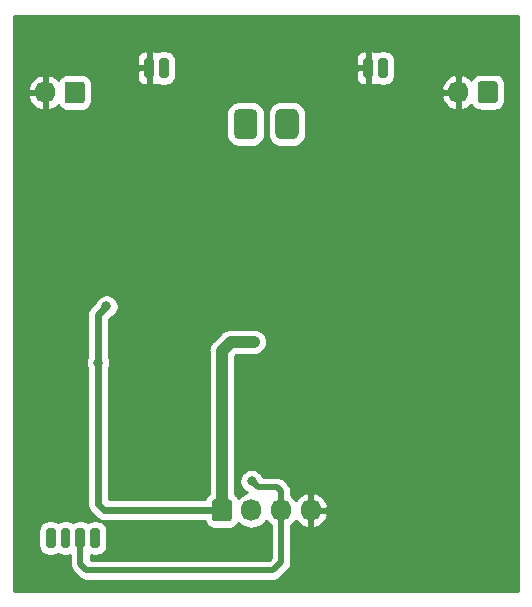
<source format=gbr>
%TF.GenerationSoftware,KiCad,Pcbnew,(5.1.7)-1*%
%TF.CreationDate,2020-12-07T14:23:08+09:00*%
%TF.ProjectId,CurrentMeasure,43757272-656e-4744-9d65-61737572652e,rev?*%
%TF.SameCoordinates,Original*%
%TF.FileFunction,Copper,L2,Bot*%
%TF.FilePolarity,Positive*%
%FSLAX46Y46*%
G04 Gerber Fmt 4.6, Leading zero omitted, Abs format (unit mm)*
G04 Created by KiCad (PCBNEW (5.1.7)-1) date 2020-12-07 14:23:08*
%MOMM*%
%LPD*%
G01*
G04 APERTURE LIST*
%TA.AperFunction,ComponentPad*%
%ADD10O,1.700000X1.850000*%
%TD*%
%TA.AperFunction,ViaPad*%
%ADD11C,0.800000*%
%TD*%
%TA.AperFunction,Conductor*%
%ADD12C,0.600000*%
%TD*%
%TA.AperFunction,Conductor*%
%ADD13C,1.000000*%
%TD*%
%TA.AperFunction,Conductor*%
%ADD14C,0.500000*%
%TD*%
%TA.AperFunction,Conductor*%
%ADD15C,0.254000*%
%TD*%
%TA.AperFunction,Conductor*%
%ADD16C,0.100000*%
%TD*%
G04 APERTURE END LIST*
D10*
%TO.P,J3,4*%
%TO.N,GND*%
X565000000Y-82500000D03*
%TO.P,J3,3*%
%TO.N,Net-(J3-Pad3)*%
X562500000Y-82500000D03*
%TO.P,J3,2*%
%TO.N,Net-(J3-Pad2)*%
X560000000Y-82500000D03*
%TO.P,J3,1*%
%TO.N,VCC*%
%TA.AperFunction,ComponentPad*%
G36*
G01*
X556650000Y-83175000D02*
X556650000Y-81825000D01*
G75*
G02*
X556900000Y-81575000I250000J0D01*
G01*
X558100000Y-81575000D01*
G75*
G02*
X558350000Y-81825000I0J-250000D01*
G01*
X558350000Y-83175000D01*
G75*
G02*
X558100000Y-83425000I-250000J0D01*
G01*
X556900000Y-83425000D01*
G75*
G02*
X556650000Y-83175000I0J250000D01*
G01*
G37*
%TD.AperFunction*%
%TD*%
%TO.P,J1,2*%
%TO.N,GND*%
%TA.AperFunction,ComponentPad*%
G36*
G01*
X551735000Y-44405000D02*
X551735000Y-45695000D01*
G75*
G02*
X551530000Y-45900000I-205000J0D01*
G01*
X551120000Y-45900000D01*
G75*
G02*
X550915000Y-45695000I0J205000D01*
G01*
X550915000Y-44405000D01*
G75*
G02*
X551120000Y-44200000I205000J0D01*
G01*
X551530000Y-44200000D01*
G75*
G02*
X551735000Y-44405000I0J-205000D01*
G01*
G37*
%TD.AperFunction*%
%TO.P,J1,1*%
%TO.N,/VIN*%
%TA.AperFunction,ComponentPad*%
G36*
G01*
X552985000Y-44405000D02*
X552985000Y-45695000D01*
G75*
G02*
X552780000Y-45900000I-205000J0D01*
G01*
X552370000Y-45900000D01*
G75*
G02*
X552165000Y-45695000I0J205000D01*
G01*
X552165000Y-44405000D01*
G75*
G02*
X552370000Y-44200000I205000J0D01*
G01*
X552780000Y-44200000D01*
G75*
G02*
X552985000Y-44405000I0J-205000D01*
G01*
G37*
%TD.AperFunction*%
%TD*%
%TO.P,J6,2*%
%TO.N,GND*%
%TA.AperFunction,ComponentPad*%
G36*
G01*
X570285000Y-44405000D02*
X570285000Y-45695000D01*
G75*
G02*
X570080000Y-45900000I-205000J0D01*
G01*
X569670000Y-45900000D01*
G75*
G02*
X569465000Y-45695000I0J205000D01*
G01*
X569465000Y-44405000D01*
G75*
G02*
X569670000Y-44200000I205000J0D01*
G01*
X570080000Y-44200000D01*
G75*
G02*
X570285000Y-44405000I0J-205000D01*
G01*
G37*
%TD.AperFunction*%
%TO.P,J6,1*%
%TO.N,/VOUT*%
%TA.AperFunction,ComponentPad*%
G36*
G01*
X571535000Y-44405000D02*
X571535000Y-45695000D01*
G75*
G02*
X571330000Y-45900000I-205000J0D01*
G01*
X570920000Y-45900000D01*
G75*
G02*
X570715000Y-45695000I0J205000D01*
G01*
X570715000Y-44405000D01*
G75*
G02*
X570920000Y-44200000I205000J0D01*
G01*
X571330000Y-44200000D01*
G75*
G02*
X571535000Y-44405000I0J-205000D01*
G01*
G37*
%TD.AperFunction*%
%TD*%
%TO.P,J7,4*%
%TO.N,Net-(J7-Pad4)*%
%TA.AperFunction,ComponentPad*%
G36*
G01*
X546345000Y-85495000D02*
X546345000Y-84205000D01*
G75*
G02*
X546550000Y-84000000I205000J0D01*
G01*
X546960000Y-84000000D01*
G75*
G02*
X547165000Y-84205000I0J-205000D01*
G01*
X547165000Y-85495000D01*
G75*
G02*
X546960000Y-85700000I-205000J0D01*
G01*
X546550000Y-85700000D01*
G75*
G02*
X546345000Y-85495000I0J205000D01*
G01*
G37*
%TD.AperFunction*%
%TO.P,J7,3*%
%TO.N,Net-(J3-Pad3)*%
%TA.AperFunction,ComponentPad*%
G36*
G01*
X545095000Y-85495000D02*
X545095000Y-84205000D01*
G75*
G02*
X545300000Y-84000000I205000J0D01*
G01*
X545710000Y-84000000D01*
G75*
G02*
X545915000Y-84205000I0J-205000D01*
G01*
X545915000Y-85495000D01*
G75*
G02*
X545710000Y-85700000I-205000J0D01*
G01*
X545300000Y-85700000D01*
G75*
G02*
X545095000Y-85495000I0J205000D01*
G01*
G37*
%TD.AperFunction*%
%TO.P,J7,2*%
%TO.N,Net-(J3-Pad2)*%
%TA.AperFunction,ComponentPad*%
G36*
G01*
X543845000Y-85495000D02*
X543845000Y-84205000D01*
G75*
G02*
X544050000Y-84000000I205000J0D01*
G01*
X544460000Y-84000000D01*
G75*
G02*
X544665000Y-84205000I0J-205000D01*
G01*
X544665000Y-85495000D01*
G75*
G02*
X544460000Y-85700000I-205000J0D01*
G01*
X544050000Y-85700000D01*
G75*
G02*
X543845000Y-85495000I0J205000D01*
G01*
G37*
%TD.AperFunction*%
%TO.P,J7,1*%
%TO.N,VCC*%
%TA.AperFunction,ComponentPad*%
G36*
G01*
X542595000Y-85495000D02*
X542595000Y-84205000D01*
G75*
G02*
X542800000Y-84000000I205000J0D01*
G01*
X543210000Y-84000000D01*
G75*
G02*
X543415000Y-84205000I0J-205000D01*
G01*
X543415000Y-85495000D01*
G75*
G02*
X543210000Y-85700000I-205000J0D01*
G01*
X542800000Y-85700000D01*
G75*
G02*
X542595000Y-85495000I0J205000D01*
G01*
G37*
%TD.AperFunction*%
%TD*%
%TO.P,J4,2*%
%TO.N,/VIN*%
%TA.AperFunction,ComponentPad*%
G36*
G01*
X560500000Y-49000000D02*
X560500000Y-50600000D01*
G75*
G02*
X560000000Y-51100000I-500000J0D01*
G01*
X559000000Y-51100000D01*
G75*
G02*
X558500000Y-50600000I0J500000D01*
G01*
X558500000Y-49000000D01*
G75*
G02*
X559000000Y-48500000I500000J0D01*
G01*
X560000000Y-48500000D01*
G75*
G02*
X560500000Y-49000000I0J-500000D01*
G01*
G37*
%TD.AperFunction*%
%TO.P,J4,1*%
%TO.N,/VOUT*%
%TA.AperFunction,ComponentPad*%
G36*
G01*
X564000000Y-49000000D02*
X564000000Y-50600000D01*
G75*
G02*
X563500000Y-51100000I-500000J0D01*
G01*
X562500000Y-51100000D01*
G75*
G02*
X562000000Y-50600000I0J500000D01*
G01*
X562000000Y-49000000D01*
G75*
G02*
X562500000Y-48500000I500000J0D01*
G01*
X563500000Y-48500000D01*
G75*
G02*
X564000000Y-49000000I0J-500000D01*
G01*
G37*
%TD.AperFunction*%
%TD*%
%TO.P,J5,2*%
%TO.N,GND*%
X577500000Y-47100000D03*
%TO.P,J5,1*%
%TO.N,/VOUT*%
%TA.AperFunction,ComponentPad*%
G36*
G01*
X580850000Y-46425000D02*
X580850000Y-47775000D01*
G75*
G02*
X580600000Y-48025000I-250000J0D01*
G01*
X579400000Y-48025000D01*
G75*
G02*
X579150000Y-47775000I0J250000D01*
G01*
X579150000Y-46425000D01*
G75*
G02*
X579400000Y-46175000I250000J0D01*
G01*
X580600000Y-46175000D01*
G75*
G02*
X580850000Y-46425000I0J-250000D01*
G01*
G37*
%TD.AperFunction*%
%TD*%
%TO.P,J2,2*%
%TO.N,GND*%
X542525000Y-47125000D03*
%TO.P,J2,1*%
%TO.N,/VIN*%
%TA.AperFunction,ComponentPad*%
G36*
G01*
X545875000Y-46450000D02*
X545875000Y-47800000D01*
G75*
G02*
X545625000Y-48050000I-250000J0D01*
G01*
X544425000Y-48050000D01*
G75*
G02*
X544175000Y-47800000I0J250000D01*
G01*
X544175000Y-46450000D01*
G75*
G02*
X544425000Y-46200000I250000J0D01*
G01*
X545625000Y-46200000D01*
G75*
G02*
X545875000Y-46450000I0J-250000D01*
G01*
G37*
%TD.AperFunction*%
%TD*%
D11*
%TO.N,VCC*%
X560180000Y-68250000D03*
X547000000Y-70000000D03*
X547720000Y-65240000D03*
%TO.N,Net-(J3-Pad3)*%
X560010000Y-80040000D03*
%TD*%
D12*
%TO.N,VCC*%
X547000000Y-65960000D02*
X547000000Y-66190000D01*
X547720000Y-65240000D02*
X547000000Y-65960000D01*
X547000000Y-70000000D02*
X547000000Y-66190000D01*
D13*
X557500000Y-69000000D02*
X558250000Y-68250000D01*
X557500000Y-82500000D02*
X557500000Y-69000000D01*
D12*
X547000000Y-70000000D02*
X547000000Y-81980000D01*
X547000000Y-81980000D02*
X547520000Y-82500000D01*
X547520000Y-82500000D02*
X557500000Y-82500000D01*
D13*
X558250000Y-68250000D02*
X560180000Y-68250000D01*
D14*
%TO.N,Net-(J3-Pad3)*%
X560010000Y-80040000D02*
X560520000Y-80550000D01*
X560520000Y-80550000D02*
X562150000Y-80550000D01*
X562500000Y-80900000D02*
X562500000Y-82500000D01*
X562150000Y-80550000D02*
X562500000Y-80900000D01*
X545505000Y-84850000D02*
X545505000Y-87075000D01*
X545505000Y-87075000D02*
X546020000Y-87590000D01*
X546020000Y-87590000D02*
X561820000Y-87590000D01*
X562500000Y-86910000D02*
X562500000Y-82500000D01*
X561820000Y-87590000D02*
X562500000Y-86910000D01*
%TD*%
D15*
%TO.N,GND*%
X582590001Y-89340000D02*
X539910000Y-89340000D01*
X539910000Y-84205000D01*
X541956928Y-84205000D01*
X541956928Y-85495000D01*
X541973127Y-85659475D01*
X542021103Y-85817630D01*
X542099011Y-85963386D01*
X542203858Y-86091142D01*
X542331614Y-86195989D01*
X542477370Y-86273897D01*
X542635525Y-86321873D01*
X542800000Y-86338072D01*
X543210000Y-86338072D01*
X543374475Y-86321873D01*
X543532630Y-86273897D01*
X543630000Y-86221852D01*
X543727370Y-86273897D01*
X543885525Y-86321873D01*
X544050000Y-86338072D01*
X544460000Y-86338072D01*
X544620001Y-86322314D01*
X544620001Y-87031521D01*
X544615719Y-87075000D01*
X544632805Y-87248490D01*
X544683412Y-87415313D01*
X544765590Y-87569059D01*
X544848468Y-87670046D01*
X544848471Y-87670049D01*
X544876184Y-87703817D01*
X544909952Y-87731530D01*
X545363466Y-88185044D01*
X545391183Y-88218817D01*
X545525941Y-88329411D01*
X545679687Y-88411589D01*
X545795903Y-88446843D01*
X545846509Y-88462195D01*
X545861306Y-88463652D01*
X545976523Y-88475000D01*
X545976531Y-88475000D01*
X546020000Y-88479281D01*
X546063469Y-88475000D01*
X561776531Y-88475000D01*
X561820000Y-88479281D01*
X561863469Y-88475000D01*
X561863477Y-88475000D01*
X561993490Y-88462195D01*
X562160313Y-88411589D01*
X562314059Y-88329411D01*
X562448817Y-88218817D01*
X562476534Y-88185044D01*
X563095050Y-87566529D01*
X563128817Y-87538817D01*
X563239411Y-87404059D01*
X563321589Y-87250313D01*
X563372195Y-87083490D01*
X563385000Y-86953477D01*
X563385000Y-86953467D01*
X563389281Y-86910001D01*
X563385000Y-86866535D01*
X563385000Y-83769759D01*
X563555134Y-83630134D01*
X563740706Y-83404013D01*
X563754496Y-83378214D01*
X563762894Y-83394086D01*
X563946460Y-83619695D01*
X564170513Y-83805157D01*
X564426443Y-83943345D01*
X564643110Y-84016476D01*
X564873000Y-83895155D01*
X564873000Y-82627000D01*
X565127000Y-82627000D01*
X565127000Y-83895155D01*
X565356890Y-84016476D01*
X565573557Y-83943345D01*
X565829487Y-83805157D01*
X566053540Y-83619695D01*
X566237106Y-83394086D01*
X566373131Y-83137000D01*
X566456387Y-82858317D01*
X566324027Y-82627000D01*
X565127000Y-82627000D01*
X564873000Y-82627000D01*
X564853000Y-82627000D01*
X564853000Y-82373000D01*
X564873000Y-82373000D01*
X564873000Y-81104845D01*
X565127000Y-81104845D01*
X565127000Y-82373000D01*
X566324027Y-82373000D01*
X566456387Y-82141683D01*
X566373131Y-81863000D01*
X566237106Y-81605914D01*
X566053540Y-81380305D01*
X565829487Y-81194843D01*
X565573557Y-81056655D01*
X565356890Y-80983524D01*
X565127000Y-81104845D01*
X564873000Y-81104845D01*
X564643110Y-80983524D01*
X564426443Y-81056655D01*
X564170513Y-81194843D01*
X563946460Y-81380305D01*
X563762894Y-81605914D01*
X563754496Y-81621786D01*
X563740706Y-81595986D01*
X563555134Y-81369866D01*
X563385000Y-81230241D01*
X563385000Y-80943469D01*
X563389281Y-80900000D01*
X563385000Y-80856531D01*
X563385000Y-80856523D01*
X563372195Y-80726510D01*
X563321589Y-80559687D01*
X563239411Y-80405941D01*
X563128817Y-80271183D01*
X563095045Y-80243467D01*
X562806532Y-79954954D01*
X562778817Y-79921183D01*
X562644059Y-79810589D01*
X562490313Y-79728411D01*
X562323490Y-79677805D01*
X562193477Y-79665000D01*
X562193469Y-79665000D01*
X562150000Y-79660719D01*
X562106531Y-79665000D01*
X560974946Y-79665000D01*
X560927205Y-79549744D01*
X560813937Y-79380226D01*
X560669774Y-79236063D01*
X560500256Y-79122795D01*
X560311898Y-79044774D01*
X560111939Y-79005000D01*
X559908061Y-79005000D01*
X559708102Y-79044774D01*
X559519744Y-79122795D01*
X559350226Y-79236063D01*
X559206063Y-79380226D01*
X559092795Y-79549744D01*
X559014774Y-79738102D01*
X558975000Y-79938061D01*
X558975000Y-80141939D01*
X559014774Y-80341898D01*
X559092795Y-80530256D01*
X559206063Y-80699774D01*
X559350226Y-80843937D01*
X559519744Y-80957205D01*
X559605672Y-80992798D01*
X559428966Y-81046401D01*
X559170986Y-81184294D01*
X558944866Y-81369866D01*
X558892777Y-81433337D01*
X558838405Y-81331614D01*
X558727962Y-81197038D01*
X558635000Y-81120747D01*
X558635000Y-69470131D01*
X558720131Y-69385000D01*
X560235752Y-69385000D01*
X560402499Y-69368577D01*
X560616447Y-69303676D01*
X560813623Y-69198284D01*
X560986449Y-69056449D01*
X561128284Y-68883623D01*
X561233676Y-68686447D01*
X561298577Y-68472499D01*
X561320491Y-68250000D01*
X561298577Y-68027501D01*
X561233676Y-67813553D01*
X561128284Y-67616377D01*
X560986449Y-67443551D01*
X560813623Y-67301716D01*
X560616447Y-67196324D01*
X560402499Y-67131423D01*
X560235752Y-67115000D01*
X558305743Y-67115000D01*
X558249999Y-67109510D01*
X558194255Y-67115000D01*
X558194248Y-67115000D01*
X558048493Y-67129356D01*
X558027500Y-67131423D01*
X557977705Y-67146529D01*
X557813553Y-67196324D01*
X557616377Y-67301716D01*
X557443551Y-67443551D01*
X557408004Y-67486865D01*
X556736860Y-68158009D01*
X556693552Y-68193551D01*
X556551717Y-68366377D01*
X556495384Y-68471770D01*
X556446324Y-68563554D01*
X556381423Y-68777502D01*
X556359509Y-69000000D01*
X556365001Y-69055761D01*
X556365000Y-81120746D01*
X556272038Y-81197038D01*
X556161595Y-81331614D01*
X556079528Y-81485150D01*
X556055306Y-81565000D01*
X547935000Y-81565000D01*
X547935000Y-70447295D01*
X547995226Y-70301898D01*
X548035000Y-70101939D01*
X548035000Y-69898061D01*
X547995226Y-69698102D01*
X547935000Y-69552705D01*
X547935000Y-66347289D01*
X548064858Y-66217431D01*
X548210256Y-66157205D01*
X548379774Y-66043937D01*
X548523937Y-65899774D01*
X548637205Y-65730256D01*
X548715226Y-65541898D01*
X548755000Y-65341939D01*
X548755000Y-65138061D01*
X548715226Y-64938102D01*
X548637205Y-64749744D01*
X548523937Y-64580226D01*
X548379774Y-64436063D01*
X548210256Y-64322795D01*
X548021898Y-64244774D01*
X547821939Y-64205000D01*
X547618061Y-64205000D01*
X547418102Y-64244774D01*
X547229744Y-64322795D01*
X547060226Y-64436063D01*
X546916063Y-64580226D01*
X546802795Y-64749744D01*
X546742569Y-64895142D01*
X546371341Y-65266370D01*
X546335656Y-65295656D01*
X546218814Y-65438029D01*
X546131993Y-65600461D01*
X546111497Y-65668028D01*
X546078529Y-65776709D01*
X546060476Y-65960000D01*
X546065000Y-66005932D01*
X546065000Y-66235932D01*
X546065001Y-66235942D01*
X546065000Y-69552704D01*
X546004774Y-69698102D01*
X545965000Y-69898061D01*
X545965000Y-70101939D01*
X546004774Y-70301898D01*
X546065000Y-70447295D01*
X546065001Y-81934058D01*
X546060476Y-81980000D01*
X546078529Y-82163291D01*
X546125068Y-82316707D01*
X546131994Y-82339540D01*
X546218815Y-82501972D01*
X546335657Y-82644344D01*
X546371336Y-82673625D01*
X546826370Y-83128659D01*
X546855656Y-83164344D01*
X546998028Y-83281186D01*
X547160460Y-83368007D01*
X547279156Y-83404013D01*
X547336707Y-83421471D01*
X547519999Y-83439524D01*
X547565931Y-83435000D01*
X556055306Y-83435000D01*
X556079528Y-83514850D01*
X556161595Y-83668386D01*
X556272038Y-83802962D01*
X556406614Y-83913405D01*
X556560150Y-83995472D01*
X556726746Y-84046008D01*
X556900000Y-84063072D01*
X558100000Y-84063072D01*
X558273254Y-84046008D01*
X558439850Y-83995472D01*
X558593386Y-83913405D01*
X558727962Y-83802962D01*
X558838405Y-83668386D01*
X558892777Y-83566663D01*
X558944866Y-83630134D01*
X559170987Y-83815706D01*
X559428967Y-83953599D01*
X559708890Y-84038513D01*
X560000000Y-84067185D01*
X560291111Y-84038513D01*
X560571034Y-83953599D01*
X560829014Y-83815706D01*
X561055134Y-83630134D01*
X561240706Y-83404013D01*
X561250000Y-83386626D01*
X561259294Y-83404014D01*
X561444866Y-83630134D01*
X561615001Y-83769759D01*
X561615000Y-86543421D01*
X561453422Y-86705000D01*
X546390000Y-86705000D01*
X546390000Y-86322314D01*
X546550000Y-86338072D01*
X546960000Y-86338072D01*
X547124475Y-86321873D01*
X547282630Y-86273897D01*
X547428386Y-86195989D01*
X547556142Y-86091142D01*
X547660989Y-85963386D01*
X547738897Y-85817630D01*
X547786873Y-85659475D01*
X547803072Y-85495000D01*
X547803072Y-84205000D01*
X547786873Y-84040525D01*
X547738897Y-83882370D01*
X547660989Y-83736614D01*
X547556142Y-83608858D01*
X547428386Y-83504011D01*
X547282630Y-83426103D01*
X547124475Y-83378127D01*
X546960000Y-83361928D01*
X546550000Y-83361928D01*
X546385525Y-83378127D01*
X546227370Y-83426103D01*
X546130000Y-83478148D01*
X546032630Y-83426103D01*
X545874475Y-83378127D01*
X545710000Y-83361928D01*
X545300000Y-83361928D01*
X545135525Y-83378127D01*
X544977370Y-83426103D01*
X544880000Y-83478148D01*
X544782630Y-83426103D01*
X544624475Y-83378127D01*
X544460000Y-83361928D01*
X544050000Y-83361928D01*
X543885525Y-83378127D01*
X543727370Y-83426103D01*
X543630000Y-83478148D01*
X543532630Y-83426103D01*
X543374475Y-83378127D01*
X543210000Y-83361928D01*
X542800000Y-83361928D01*
X542635525Y-83378127D01*
X542477370Y-83426103D01*
X542331614Y-83504011D01*
X542203858Y-83608858D01*
X542099011Y-83736614D01*
X542021103Y-83882370D01*
X541973127Y-84040525D01*
X541956928Y-84205000D01*
X539910000Y-84205000D01*
X539910000Y-49000000D01*
X557861928Y-49000000D01*
X557861928Y-50600000D01*
X557883796Y-50822027D01*
X557948559Y-51035521D01*
X558053728Y-51232279D01*
X558195262Y-51404738D01*
X558367721Y-51546272D01*
X558564479Y-51651441D01*
X558777973Y-51716204D01*
X559000000Y-51738072D01*
X560000000Y-51738072D01*
X560222027Y-51716204D01*
X560435521Y-51651441D01*
X560632279Y-51546272D01*
X560804738Y-51404738D01*
X560946272Y-51232279D01*
X561051441Y-51035521D01*
X561116204Y-50822027D01*
X561138072Y-50600000D01*
X561138072Y-49000000D01*
X561361928Y-49000000D01*
X561361928Y-50600000D01*
X561383796Y-50822027D01*
X561448559Y-51035521D01*
X561553728Y-51232279D01*
X561695262Y-51404738D01*
X561867721Y-51546272D01*
X562064479Y-51651441D01*
X562277973Y-51716204D01*
X562500000Y-51738072D01*
X563500000Y-51738072D01*
X563722027Y-51716204D01*
X563935521Y-51651441D01*
X564132279Y-51546272D01*
X564304738Y-51404738D01*
X564446272Y-51232279D01*
X564551441Y-51035521D01*
X564616204Y-50822027D01*
X564638072Y-50600000D01*
X564638072Y-49000000D01*
X564616204Y-48777973D01*
X564551441Y-48564479D01*
X564446272Y-48367721D01*
X564304738Y-48195262D01*
X564132279Y-48053728D01*
X563935521Y-47948559D01*
X563722027Y-47883796D01*
X563500000Y-47861928D01*
X562500000Y-47861928D01*
X562277973Y-47883796D01*
X562064479Y-47948559D01*
X561867721Y-48053728D01*
X561695262Y-48195262D01*
X561553728Y-48367721D01*
X561448559Y-48564479D01*
X561383796Y-48777973D01*
X561361928Y-49000000D01*
X561138072Y-49000000D01*
X561116204Y-48777973D01*
X561051441Y-48564479D01*
X560946272Y-48367721D01*
X560804738Y-48195262D01*
X560632279Y-48053728D01*
X560435521Y-47948559D01*
X560222027Y-47883796D01*
X560000000Y-47861928D01*
X559000000Y-47861928D01*
X558777973Y-47883796D01*
X558564479Y-47948559D01*
X558367721Y-48053728D01*
X558195262Y-48195262D01*
X558053728Y-48367721D01*
X557948559Y-48564479D01*
X557883796Y-48777973D01*
X557861928Y-49000000D01*
X539910000Y-49000000D01*
X539910000Y-47483317D01*
X541068613Y-47483317D01*
X541151869Y-47762000D01*
X541287894Y-48019086D01*
X541471460Y-48244695D01*
X541695513Y-48430157D01*
X541951443Y-48568345D01*
X542168110Y-48641476D01*
X542398000Y-48520155D01*
X542398000Y-47252000D01*
X541200973Y-47252000D01*
X541068613Y-47483317D01*
X539910000Y-47483317D01*
X539910000Y-46766683D01*
X541068613Y-46766683D01*
X541200973Y-46998000D01*
X542398000Y-46998000D01*
X542398000Y-45729845D01*
X542652000Y-45729845D01*
X542652000Y-46998000D01*
X542672000Y-46998000D01*
X542672000Y-47252000D01*
X542652000Y-47252000D01*
X542652000Y-48520155D01*
X542881890Y-48641476D01*
X543098557Y-48568345D01*
X543354487Y-48430157D01*
X543578540Y-48244695D01*
X543628046Y-48183850D01*
X543686595Y-48293386D01*
X543797038Y-48427962D01*
X543931614Y-48538405D01*
X544085150Y-48620472D01*
X544251746Y-48671008D01*
X544425000Y-48688072D01*
X545625000Y-48688072D01*
X545798254Y-48671008D01*
X545964850Y-48620472D01*
X546118386Y-48538405D01*
X546252962Y-48427962D01*
X546363405Y-48293386D01*
X546445472Y-48139850D01*
X546496008Y-47973254D01*
X546513072Y-47800000D01*
X546513072Y-47458317D01*
X576043613Y-47458317D01*
X576126869Y-47737000D01*
X576262894Y-47994086D01*
X576446460Y-48219695D01*
X576670513Y-48405157D01*
X576926443Y-48543345D01*
X577143110Y-48616476D01*
X577373000Y-48495155D01*
X577373000Y-47227000D01*
X576175973Y-47227000D01*
X576043613Y-47458317D01*
X546513072Y-47458317D01*
X546513072Y-46741683D01*
X576043613Y-46741683D01*
X576175973Y-46973000D01*
X577373000Y-46973000D01*
X577373000Y-45704845D01*
X577627000Y-45704845D01*
X577627000Y-46973000D01*
X577647000Y-46973000D01*
X577647000Y-47227000D01*
X577627000Y-47227000D01*
X577627000Y-48495155D01*
X577856890Y-48616476D01*
X578073557Y-48543345D01*
X578329487Y-48405157D01*
X578553540Y-48219695D01*
X578603046Y-48158850D01*
X578661595Y-48268386D01*
X578772038Y-48402962D01*
X578906614Y-48513405D01*
X579060150Y-48595472D01*
X579226746Y-48646008D01*
X579400000Y-48663072D01*
X580600000Y-48663072D01*
X580773254Y-48646008D01*
X580939850Y-48595472D01*
X581093386Y-48513405D01*
X581227962Y-48402962D01*
X581338405Y-48268386D01*
X581420472Y-48114850D01*
X581471008Y-47948254D01*
X581488072Y-47775000D01*
X581488072Y-46425000D01*
X581471008Y-46251746D01*
X581420472Y-46085150D01*
X581338405Y-45931614D01*
X581227962Y-45797038D01*
X581093386Y-45686595D01*
X580939850Y-45604528D01*
X580773254Y-45553992D01*
X580600000Y-45536928D01*
X579400000Y-45536928D01*
X579226746Y-45553992D01*
X579060150Y-45604528D01*
X578906614Y-45686595D01*
X578772038Y-45797038D01*
X578661595Y-45931614D01*
X578603046Y-46041150D01*
X578553540Y-45980305D01*
X578329487Y-45794843D01*
X578073557Y-45656655D01*
X577856890Y-45583524D01*
X577627000Y-45704845D01*
X577373000Y-45704845D01*
X577143110Y-45583524D01*
X576926443Y-45656655D01*
X576670513Y-45794843D01*
X576446460Y-45980305D01*
X576262894Y-46205914D01*
X576126869Y-46463000D01*
X576043613Y-46741683D01*
X546513072Y-46741683D01*
X546513072Y-46450000D01*
X546496008Y-46276746D01*
X546445472Y-46110150D01*
X546363405Y-45956614D01*
X546316944Y-45900000D01*
X550276928Y-45900000D01*
X550289188Y-46024482D01*
X550325498Y-46144180D01*
X550384463Y-46254494D01*
X550463815Y-46351185D01*
X550560506Y-46430537D01*
X550670820Y-46489502D01*
X550790518Y-46525812D01*
X550915000Y-46538072D01*
X551039250Y-46535000D01*
X551198000Y-46376250D01*
X551198000Y-45177000D01*
X550438750Y-45177000D01*
X550280000Y-45335750D01*
X550276928Y-45900000D01*
X546316944Y-45900000D01*
X546252962Y-45822038D01*
X546118386Y-45711595D01*
X545964850Y-45629528D01*
X545798254Y-45578992D01*
X545625000Y-45561928D01*
X544425000Y-45561928D01*
X544251746Y-45578992D01*
X544085150Y-45629528D01*
X543931614Y-45711595D01*
X543797038Y-45822038D01*
X543686595Y-45956614D01*
X543628046Y-46066150D01*
X543578540Y-46005305D01*
X543354487Y-45819843D01*
X543098557Y-45681655D01*
X542881890Y-45608524D01*
X542652000Y-45729845D01*
X542398000Y-45729845D01*
X542168110Y-45608524D01*
X541951443Y-45681655D01*
X541695513Y-45819843D01*
X541471460Y-46005305D01*
X541287894Y-46230914D01*
X541151869Y-46488000D01*
X541068613Y-46766683D01*
X539910000Y-46766683D01*
X539910000Y-44200000D01*
X550276928Y-44200000D01*
X550280000Y-44764250D01*
X550438750Y-44923000D01*
X551198000Y-44923000D01*
X551198000Y-43723750D01*
X551452000Y-43723750D01*
X551452000Y-44923000D01*
X551472000Y-44923000D01*
X551472000Y-45177000D01*
X551452000Y-45177000D01*
X551452000Y-46376250D01*
X551610750Y-46535000D01*
X551735000Y-46538072D01*
X551859482Y-46525812D01*
X551979180Y-46489502D01*
X552027872Y-46463475D01*
X552047370Y-46473897D01*
X552205525Y-46521873D01*
X552370000Y-46538072D01*
X552780000Y-46538072D01*
X552944475Y-46521873D01*
X553102630Y-46473897D01*
X553248386Y-46395989D01*
X553376142Y-46291142D01*
X553480989Y-46163386D01*
X553558897Y-46017630D01*
X553594579Y-45900000D01*
X568826928Y-45900000D01*
X568839188Y-46024482D01*
X568875498Y-46144180D01*
X568934463Y-46254494D01*
X569013815Y-46351185D01*
X569110506Y-46430537D01*
X569220820Y-46489502D01*
X569340518Y-46525812D01*
X569465000Y-46538072D01*
X569589250Y-46535000D01*
X569748000Y-46376250D01*
X569748000Y-45177000D01*
X568988750Y-45177000D01*
X568830000Y-45335750D01*
X568826928Y-45900000D01*
X553594579Y-45900000D01*
X553606873Y-45859475D01*
X553623072Y-45695000D01*
X553623072Y-44405000D01*
X553606873Y-44240525D01*
X553594580Y-44200000D01*
X568826928Y-44200000D01*
X568830000Y-44764250D01*
X568988750Y-44923000D01*
X569748000Y-44923000D01*
X569748000Y-43723750D01*
X570002000Y-43723750D01*
X570002000Y-44923000D01*
X570022000Y-44923000D01*
X570022000Y-45177000D01*
X570002000Y-45177000D01*
X570002000Y-46376250D01*
X570160750Y-46535000D01*
X570285000Y-46538072D01*
X570409482Y-46525812D01*
X570529180Y-46489502D01*
X570577872Y-46463475D01*
X570597370Y-46473897D01*
X570755525Y-46521873D01*
X570920000Y-46538072D01*
X571330000Y-46538072D01*
X571494475Y-46521873D01*
X571652630Y-46473897D01*
X571798386Y-46395989D01*
X571926142Y-46291142D01*
X572030989Y-46163386D01*
X572108897Y-46017630D01*
X572156873Y-45859475D01*
X572173072Y-45695000D01*
X572173072Y-44405000D01*
X572156873Y-44240525D01*
X572108897Y-44082370D01*
X572030989Y-43936614D01*
X571926142Y-43808858D01*
X571798386Y-43704011D01*
X571652630Y-43626103D01*
X571494475Y-43578127D01*
X571330000Y-43561928D01*
X570920000Y-43561928D01*
X570755525Y-43578127D01*
X570597370Y-43626103D01*
X570577872Y-43636525D01*
X570529180Y-43610498D01*
X570409482Y-43574188D01*
X570285000Y-43561928D01*
X570160750Y-43565000D01*
X570002000Y-43723750D01*
X569748000Y-43723750D01*
X569589250Y-43565000D01*
X569465000Y-43561928D01*
X569340518Y-43574188D01*
X569220820Y-43610498D01*
X569110506Y-43669463D01*
X569013815Y-43748815D01*
X568934463Y-43845506D01*
X568875498Y-43955820D01*
X568839188Y-44075518D01*
X568826928Y-44200000D01*
X553594580Y-44200000D01*
X553558897Y-44082370D01*
X553480989Y-43936614D01*
X553376142Y-43808858D01*
X553248386Y-43704011D01*
X553102630Y-43626103D01*
X552944475Y-43578127D01*
X552780000Y-43561928D01*
X552370000Y-43561928D01*
X552205525Y-43578127D01*
X552047370Y-43626103D01*
X552027872Y-43636525D01*
X551979180Y-43610498D01*
X551859482Y-43574188D01*
X551735000Y-43561928D01*
X551610750Y-43565000D01*
X551452000Y-43723750D01*
X551198000Y-43723750D01*
X551039250Y-43565000D01*
X550915000Y-43561928D01*
X550790518Y-43574188D01*
X550670820Y-43610498D01*
X550560506Y-43669463D01*
X550463815Y-43748815D01*
X550384463Y-43845506D01*
X550325498Y-43955820D01*
X550289188Y-44075518D01*
X550276928Y-44200000D01*
X539910000Y-44200000D01*
X539910000Y-40660000D01*
X582590000Y-40660000D01*
X582590001Y-89340000D01*
%TA.AperFunction,Conductor*%
D16*
G36*
X582590001Y-89340000D02*
G01*
X539910000Y-89340000D01*
X539910000Y-84205000D01*
X541956928Y-84205000D01*
X541956928Y-85495000D01*
X541973127Y-85659475D01*
X542021103Y-85817630D01*
X542099011Y-85963386D01*
X542203858Y-86091142D01*
X542331614Y-86195989D01*
X542477370Y-86273897D01*
X542635525Y-86321873D01*
X542800000Y-86338072D01*
X543210000Y-86338072D01*
X543374475Y-86321873D01*
X543532630Y-86273897D01*
X543630000Y-86221852D01*
X543727370Y-86273897D01*
X543885525Y-86321873D01*
X544050000Y-86338072D01*
X544460000Y-86338072D01*
X544620001Y-86322314D01*
X544620001Y-87031521D01*
X544615719Y-87075000D01*
X544632805Y-87248490D01*
X544683412Y-87415313D01*
X544765590Y-87569059D01*
X544848468Y-87670046D01*
X544848471Y-87670049D01*
X544876184Y-87703817D01*
X544909952Y-87731530D01*
X545363466Y-88185044D01*
X545391183Y-88218817D01*
X545525941Y-88329411D01*
X545679687Y-88411589D01*
X545795903Y-88446843D01*
X545846509Y-88462195D01*
X545861306Y-88463652D01*
X545976523Y-88475000D01*
X545976531Y-88475000D01*
X546020000Y-88479281D01*
X546063469Y-88475000D01*
X561776531Y-88475000D01*
X561820000Y-88479281D01*
X561863469Y-88475000D01*
X561863477Y-88475000D01*
X561993490Y-88462195D01*
X562160313Y-88411589D01*
X562314059Y-88329411D01*
X562448817Y-88218817D01*
X562476534Y-88185044D01*
X563095050Y-87566529D01*
X563128817Y-87538817D01*
X563239411Y-87404059D01*
X563321589Y-87250313D01*
X563372195Y-87083490D01*
X563385000Y-86953477D01*
X563385000Y-86953467D01*
X563389281Y-86910001D01*
X563385000Y-86866535D01*
X563385000Y-83769759D01*
X563555134Y-83630134D01*
X563740706Y-83404013D01*
X563754496Y-83378214D01*
X563762894Y-83394086D01*
X563946460Y-83619695D01*
X564170513Y-83805157D01*
X564426443Y-83943345D01*
X564643110Y-84016476D01*
X564873000Y-83895155D01*
X564873000Y-82627000D01*
X565127000Y-82627000D01*
X565127000Y-83895155D01*
X565356890Y-84016476D01*
X565573557Y-83943345D01*
X565829487Y-83805157D01*
X566053540Y-83619695D01*
X566237106Y-83394086D01*
X566373131Y-83137000D01*
X566456387Y-82858317D01*
X566324027Y-82627000D01*
X565127000Y-82627000D01*
X564873000Y-82627000D01*
X564853000Y-82627000D01*
X564853000Y-82373000D01*
X564873000Y-82373000D01*
X564873000Y-81104845D01*
X565127000Y-81104845D01*
X565127000Y-82373000D01*
X566324027Y-82373000D01*
X566456387Y-82141683D01*
X566373131Y-81863000D01*
X566237106Y-81605914D01*
X566053540Y-81380305D01*
X565829487Y-81194843D01*
X565573557Y-81056655D01*
X565356890Y-80983524D01*
X565127000Y-81104845D01*
X564873000Y-81104845D01*
X564643110Y-80983524D01*
X564426443Y-81056655D01*
X564170513Y-81194843D01*
X563946460Y-81380305D01*
X563762894Y-81605914D01*
X563754496Y-81621786D01*
X563740706Y-81595986D01*
X563555134Y-81369866D01*
X563385000Y-81230241D01*
X563385000Y-80943469D01*
X563389281Y-80900000D01*
X563385000Y-80856531D01*
X563385000Y-80856523D01*
X563372195Y-80726510D01*
X563321589Y-80559687D01*
X563239411Y-80405941D01*
X563128817Y-80271183D01*
X563095045Y-80243467D01*
X562806532Y-79954954D01*
X562778817Y-79921183D01*
X562644059Y-79810589D01*
X562490313Y-79728411D01*
X562323490Y-79677805D01*
X562193477Y-79665000D01*
X562193469Y-79665000D01*
X562150000Y-79660719D01*
X562106531Y-79665000D01*
X560974946Y-79665000D01*
X560927205Y-79549744D01*
X560813937Y-79380226D01*
X560669774Y-79236063D01*
X560500256Y-79122795D01*
X560311898Y-79044774D01*
X560111939Y-79005000D01*
X559908061Y-79005000D01*
X559708102Y-79044774D01*
X559519744Y-79122795D01*
X559350226Y-79236063D01*
X559206063Y-79380226D01*
X559092795Y-79549744D01*
X559014774Y-79738102D01*
X558975000Y-79938061D01*
X558975000Y-80141939D01*
X559014774Y-80341898D01*
X559092795Y-80530256D01*
X559206063Y-80699774D01*
X559350226Y-80843937D01*
X559519744Y-80957205D01*
X559605672Y-80992798D01*
X559428966Y-81046401D01*
X559170986Y-81184294D01*
X558944866Y-81369866D01*
X558892777Y-81433337D01*
X558838405Y-81331614D01*
X558727962Y-81197038D01*
X558635000Y-81120747D01*
X558635000Y-69470131D01*
X558720131Y-69385000D01*
X560235752Y-69385000D01*
X560402499Y-69368577D01*
X560616447Y-69303676D01*
X560813623Y-69198284D01*
X560986449Y-69056449D01*
X561128284Y-68883623D01*
X561233676Y-68686447D01*
X561298577Y-68472499D01*
X561320491Y-68250000D01*
X561298577Y-68027501D01*
X561233676Y-67813553D01*
X561128284Y-67616377D01*
X560986449Y-67443551D01*
X560813623Y-67301716D01*
X560616447Y-67196324D01*
X560402499Y-67131423D01*
X560235752Y-67115000D01*
X558305743Y-67115000D01*
X558249999Y-67109510D01*
X558194255Y-67115000D01*
X558194248Y-67115000D01*
X558048493Y-67129356D01*
X558027500Y-67131423D01*
X557977705Y-67146529D01*
X557813553Y-67196324D01*
X557616377Y-67301716D01*
X557443551Y-67443551D01*
X557408004Y-67486865D01*
X556736860Y-68158009D01*
X556693552Y-68193551D01*
X556551717Y-68366377D01*
X556495384Y-68471770D01*
X556446324Y-68563554D01*
X556381423Y-68777502D01*
X556359509Y-69000000D01*
X556365001Y-69055761D01*
X556365000Y-81120746D01*
X556272038Y-81197038D01*
X556161595Y-81331614D01*
X556079528Y-81485150D01*
X556055306Y-81565000D01*
X547935000Y-81565000D01*
X547935000Y-70447295D01*
X547995226Y-70301898D01*
X548035000Y-70101939D01*
X548035000Y-69898061D01*
X547995226Y-69698102D01*
X547935000Y-69552705D01*
X547935000Y-66347289D01*
X548064858Y-66217431D01*
X548210256Y-66157205D01*
X548379774Y-66043937D01*
X548523937Y-65899774D01*
X548637205Y-65730256D01*
X548715226Y-65541898D01*
X548755000Y-65341939D01*
X548755000Y-65138061D01*
X548715226Y-64938102D01*
X548637205Y-64749744D01*
X548523937Y-64580226D01*
X548379774Y-64436063D01*
X548210256Y-64322795D01*
X548021898Y-64244774D01*
X547821939Y-64205000D01*
X547618061Y-64205000D01*
X547418102Y-64244774D01*
X547229744Y-64322795D01*
X547060226Y-64436063D01*
X546916063Y-64580226D01*
X546802795Y-64749744D01*
X546742569Y-64895142D01*
X546371341Y-65266370D01*
X546335656Y-65295656D01*
X546218814Y-65438029D01*
X546131993Y-65600461D01*
X546111497Y-65668028D01*
X546078529Y-65776709D01*
X546060476Y-65960000D01*
X546065000Y-66005932D01*
X546065000Y-66235932D01*
X546065001Y-66235942D01*
X546065000Y-69552704D01*
X546004774Y-69698102D01*
X545965000Y-69898061D01*
X545965000Y-70101939D01*
X546004774Y-70301898D01*
X546065000Y-70447295D01*
X546065001Y-81934058D01*
X546060476Y-81980000D01*
X546078529Y-82163291D01*
X546125068Y-82316707D01*
X546131994Y-82339540D01*
X546218815Y-82501972D01*
X546335657Y-82644344D01*
X546371336Y-82673625D01*
X546826370Y-83128659D01*
X546855656Y-83164344D01*
X546998028Y-83281186D01*
X547160460Y-83368007D01*
X547279156Y-83404013D01*
X547336707Y-83421471D01*
X547519999Y-83439524D01*
X547565931Y-83435000D01*
X556055306Y-83435000D01*
X556079528Y-83514850D01*
X556161595Y-83668386D01*
X556272038Y-83802962D01*
X556406614Y-83913405D01*
X556560150Y-83995472D01*
X556726746Y-84046008D01*
X556900000Y-84063072D01*
X558100000Y-84063072D01*
X558273254Y-84046008D01*
X558439850Y-83995472D01*
X558593386Y-83913405D01*
X558727962Y-83802962D01*
X558838405Y-83668386D01*
X558892777Y-83566663D01*
X558944866Y-83630134D01*
X559170987Y-83815706D01*
X559428967Y-83953599D01*
X559708890Y-84038513D01*
X560000000Y-84067185D01*
X560291111Y-84038513D01*
X560571034Y-83953599D01*
X560829014Y-83815706D01*
X561055134Y-83630134D01*
X561240706Y-83404013D01*
X561250000Y-83386626D01*
X561259294Y-83404014D01*
X561444866Y-83630134D01*
X561615001Y-83769759D01*
X561615000Y-86543421D01*
X561453422Y-86705000D01*
X546390000Y-86705000D01*
X546390000Y-86322314D01*
X546550000Y-86338072D01*
X546960000Y-86338072D01*
X547124475Y-86321873D01*
X547282630Y-86273897D01*
X547428386Y-86195989D01*
X547556142Y-86091142D01*
X547660989Y-85963386D01*
X547738897Y-85817630D01*
X547786873Y-85659475D01*
X547803072Y-85495000D01*
X547803072Y-84205000D01*
X547786873Y-84040525D01*
X547738897Y-83882370D01*
X547660989Y-83736614D01*
X547556142Y-83608858D01*
X547428386Y-83504011D01*
X547282630Y-83426103D01*
X547124475Y-83378127D01*
X546960000Y-83361928D01*
X546550000Y-83361928D01*
X546385525Y-83378127D01*
X546227370Y-83426103D01*
X546130000Y-83478148D01*
X546032630Y-83426103D01*
X545874475Y-83378127D01*
X545710000Y-83361928D01*
X545300000Y-83361928D01*
X545135525Y-83378127D01*
X544977370Y-83426103D01*
X544880000Y-83478148D01*
X544782630Y-83426103D01*
X544624475Y-83378127D01*
X544460000Y-83361928D01*
X544050000Y-83361928D01*
X543885525Y-83378127D01*
X543727370Y-83426103D01*
X543630000Y-83478148D01*
X543532630Y-83426103D01*
X543374475Y-83378127D01*
X543210000Y-83361928D01*
X542800000Y-83361928D01*
X542635525Y-83378127D01*
X542477370Y-83426103D01*
X542331614Y-83504011D01*
X542203858Y-83608858D01*
X542099011Y-83736614D01*
X542021103Y-83882370D01*
X541973127Y-84040525D01*
X541956928Y-84205000D01*
X539910000Y-84205000D01*
X539910000Y-49000000D01*
X557861928Y-49000000D01*
X557861928Y-50600000D01*
X557883796Y-50822027D01*
X557948559Y-51035521D01*
X558053728Y-51232279D01*
X558195262Y-51404738D01*
X558367721Y-51546272D01*
X558564479Y-51651441D01*
X558777973Y-51716204D01*
X559000000Y-51738072D01*
X560000000Y-51738072D01*
X560222027Y-51716204D01*
X560435521Y-51651441D01*
X560632279Y-51546272D01*
X560804738Y-51404738D01*
X560946272Y-51232279D01*
X561051441Y-51035521D01*
X561116204Y-50822027D01*
X561138072Y-50600000D01*
X561138072Y-49000000D01*
X561361928Y-49000000D01*
X561361928Y-50600000D01*
X561383796Y-50822027D01*
X561448559Y-51035521D01*
X561553728Y-51232279D01*
X561695262Y-51404738D01*
X561867721Y-51546272D01*
X562064479Y-51651441D01*
X562277973Y-51716204D01*
X562500000Y-51738072D01*
X563500000Y-51738072D01*
X563722027Y-51716204D01*
X563935521Y-51651441D01*
X564132279Y-51546272D01*
X564304738Y-51404738D01*
X564446272Y-51232279D01*
X564551441Y-51035521D01*
X564616204Y-50822027D01*
X564638072Y-50600000D01*
X564638072Y-49000000D01*
X564616204Y-48777973D01*
X564551441Y-48564479D01*
X564446272Y-48367721D01*
X564304738Y-48195262D01*
X564132279Y-48053728D01*
X563935521Y-47948559D01*
X563722027Y-47883796D01*
X563500000Y-47861928D01*
X562500000Y-47861928D01*
X562277973Y-47883796D01*
X562064479Y-47948559D01*
X561867721Y-48053728D01*
X561695262Y-48195262D01*
X561553728Y-48367721D01*
X561448559Y-48564479D01*
X561383796Y-48777973D01*
X561361928Y-49000000D01*
X561138072Y-49000000D01*
X561116204Y-48777973D01*
X561051441Y-48564479D01*
X560946272Y-48367721D01*
X560804738Y-48195262D01*
X560632279Y-48053728D01*
X560435521Y-47948559D01*
X560222027Y-47883796D01*
X560000000Y-47861928D01*
X559000000Y-47861928D01*
X558777973Y-47883796D01*
X558564479Y-47948559D01*
X558367721Y-48053728D01*
X558195262Y-48195262D01*
X558053728Y-48367721D01*
X557948559Y-48564479D01*
X557883796Y-48777973D01*
X557861928Y-49000000D01*
X539910000Y-49000000D01*
X539910000Y-47483317D01*
X541068613Y-47483317D01*
X541151869Y-47762000D01*
X541287894Y-48019086D01*
X541471460Y-48244695D01*
X541695513Y-48430157D01*
X541951443Y-48568345D01*
X542168110Y-48641476D01*
X542398000Y-48520155D01*
X542398000Y-47252000D01*
X541200973Y-47252000D01*
X541068613Y-47483317D01*
X539910000Y-47483317D01*
X539910000Y-46766683D01*
X541068613Y-46766683D01*
X541200973Y-46998000D01*
X542398000Y-46998000D01*
X542398000Y-45729845D01*
X542652000Y-45729845D01*
X542652000Y-46998000D01*
X542672000Y-46998000D01*
X542672000Y-47252000D01*
X542652000Y-47252000D01*
X542652000Y-48520155D01*
X542881890Y-48641476D01*
X543098557Y-48568345D01*
X543354487Y-48430157D01*
X543578540Y-48244695D01*
X543628046Y-48183850D01*
X543686595Y-48293386D01*
X543797038Y-48427962D01*
X543931614Y-48538405D01*
X544085150Y-48620472D01*
X544251746Y-48671008D01*
X544425000Y-48688072D01*
X545625000Y-48688072D01*
X545798254Y-48671008D01*
X545964850Y-48620472D01*
X546118386Y-48538405D01*
X546252962Y-48427962D01*
X546363405Y-48293386D01*
X546445472Y-48139850D01*
X546496008Y-47973254D01*
X546513072Y-47800000D01*
X546513072Y-47458317D01*
X576043613Y-47458317D01*
X576126869Y-47737000D01*
X576262894Y-47994086D01*
X576446460Y-48219695D01*
X576670513Y-48405157D01*
X576926443Y-48543345D01*
X577143110Y-48616476D01*
X577373000Y-48495155D01*
X577373000Y-47227000D01*
X576175973Y-47227000D01*
X576043613Y-47458317D01*
X546513072Y-47458317D01*
X546513072Y-46741683D01*
X576043613Y-46741683D01*
X576175973Y-46973000D01*
X577373000Y-46973000D01*
X577373000Y-45704845D01*
X577627000Y-45704845D01*
X577627000Y-46973000D01*
X577647000Y-46973000D01*
X577647000Y-47227000D01*
X577627000Y-47227000D01*
X577627000Y-48495155D01*
X577856890Y-48616476D01*
X578073557Y-48543345D01*
X578329487Y-48405157D01*
X578553540Y-48219695D01*
X578603046Y-48158850D01*
X578661595Y-48268386D01*
X578772038Y-48402962D01*
X578906614Y-48513405D01*
X579060150Y-48595472D01*
X579226746Y-48646008D01*
X579400000Y-48663072D01*
X580600000Y-48663072D01*
X580773254Y-48646008D01*
X580939850Y-48595472D01*
X581093386Y-48513405D01*
X581227962Y-48402962D01*
X581338405Y-48268386D01*
X581420472Y-48114850D01*
X581471008Y-47948254D01*
X581488072Y-47775000D01*
X581488072Y-46425000D01*
X581471008Y-46251746D01*
X581420472Y-46085150D01*
X581338405Y-45931614D01*
X581227962Y-45797038D01*
X581093386Y-45686595D01*
X580939850Y-45604528D01*
X580773254Y-45553992D01*
X580600000Y-45536928D01*
X579400000Y-45536928D01*
X579226746Y-45553992D01*
X579060150Y-45604528D01*
X578906614Y-45686595D01*
X578772038Y-45797038D01*
X578661595Y-45931614D01*
X578603046Y-46041150D01*
X578553540Y-45980305D01*
X578329487Y-45794843D01*
X578073557Y-45656655D01*
X577856890Y-45583524D01*
X577627000Y-45704845D01*
X577373000Y-45704845D01*
X577143110Y-45583524D01*
X576926443Y-45656655D01*
X576670513Y-45794843D01*
X576446460Y-45980305D01*
X576262894Y-46205914D01*
X576126869Y-46463000D01*
X576043613Y-46741683D01*
X546513072Y-46741683D01*
X546513072Y-46450000D01*
X546496008Y-46276746D01*
X546445472Y-46110150D01*
X546363405Y-45956614D01*
X546316944Y-45900000D01*
X550276928Y-45900000D01*
X550289188Y-46024482D01*
X550325498Y-46144180D01*
X550384463Y-46254494D01*
X550463815Y-46351185D01*
X550560506Y-46430537D01*
X550670820Y-46489502D01*
X550790518Y-46525812D01*
X550915000Y-46538072D01*
X551039250Y-46535000D01*
X551198000Y-46376250D01*
X551198000Y-45177000D01*
X550438750Y-45177000D01*
X550280000Y-45335750D01*
X550276928Y-45900000D01*
X546316944Y-45900000D01*
X546252962Y-45822038D01*
X546118386Y-45711595D01*
X545964850Y-45629528D01*
X545798254Y-45578992D01*
X545625000Y-45561928D01*
X544425000Y-45561928D01*
X544251746Y-45578992D01*
X544085150Y-45629528D01*
X543931614Y-45711595D01*
X543797038Y-45822038D01*
X543686595Y-45956614D01*
X543628046Y-46066150D01*
X543578540Y-46005305D01*
X543354487Y-45819843D01*
X543098557Y-45681655D01*
X542881890Y-45608524D01*
X542652000Y-45729845D01*
X542398000Y-45729845D01*
X542168110Y-45608524D01*
X541951443Y-45681655D01*
X541695513Y-45819843D01*
X541471460Y-46005305D01*
X541287894Y-46230914D01*
X541151869Y-46488000D01*
X541068613Y-46766683D01*
X539910000Y-46766683D01*
X539910000Y-44200000D01*
X550276928Y-44200000D01*
X550280000Y-44764250D01*
X550438750Y-44923000D01*
X551198000Y-44923000D01*
X551198000Y-43723750D01*
X551452000Y-43723750D01*
X551452000Y-44923000D01*
X551472000Y-44923000D01*
X551472000Y-45177000D01*
X551452000Y-45177000D01*
X551452000Y-46376250D01*
X551610750Y-46535000D01*
X551735000Y-46538072D01*
X551859482Y-46525812D01*
X551979180Y-46489502D01*
X552027872Y-46463475D01*
X552047370Y-46473897D01*
X552205525Y-46521873D01*
X552370000Y-46538072D01*
X552780000Y-46538072D01*
X552944475Y-46521873D01*
X553102630Y-46473897D01*
X553248386Y-46395989D01*
X553376142Y-46291142D01*
X553480989Y-46163386D01*
X553558897Y-46017630D01*
X553594579Y-45900000D01*
X568826928Y-45900000D01*
X568839188Y-46024482D01*
X568875498Y-46144180D01*
X568934463Y-46254494D01*
X569013815Y-46351185D01*
X569110506Y-46430537D01*
X569220820Y-46489502D01*
X569340518Y-46525812D01*
X569465000Y-46538072D01*
X569589250Y-46535000D01*
X569748000Y-46376250D01*
X569748000Y-45177000D01*
X568988750Y-45177000D01*
X568830000Y-45335750D01*
X568826928Y-45900000D01*
X553594579Y-45900000D01*
X553606873Y-45859475D01*
X553623072Y-45695000D01*
X553623072Y-44405000D01*
X553606873Y-44240525D01*
X553594580Y-44200000D01*
X568826928Y-44200000D01*
X568830000Y-44764250D01*
X568988750Y-44923000D01*
X569748000Y-44923000D01*
X569748000Y-43723750D01*
X570002000Y-43723750D01*
X570002000Y-44923000D01*
X570022000Y-44923000D01*
X570022000Y-45177000D01*
X570002000Y-45177000D01*
X570002000Y-46376250D01*
X570160750Y-46535000D01*
X570285000Y-46538072D01*
X570409482Y-46525812D01*
X570529180Y-46489502D01*
X570577872Y-46463475D01*
X570597370Y-46473897D01*
X570755525Y-46521873D01*
X570920000Y-46538072D01*
X571330000Y-46538072D01*
X571494475Y-46521873D01*
X571652630Y-46473897D01*
X571798386Y-46395989D01*
X571926142Y-46291142D01*
X572030989Y-46163386D01*
X572108897Y-46017630D01*
X572156873Y-45859475D01*
X572173072Y-45695000D01*
X572173072Y-44405000D01*
X572156873Y-44240525D01*
X572108897Y-44082370D01*
X572030989Y-43936614D01*
X571926142Y-43808858D01*
X571798386Y-43704011D01*
X571652630Y-43626103D01*
X571494475Y-43578127D01*
X571330000Y-43561928D01*
X570920000Y-43561928D01*
X570755525Y-43578127D01*
X570597370Y-43626103D01*
X570577872Y-43636525D01*
X570529180Y-43610498D01*
X570409482Y-43574188D01*
X570285000Y-43561928D01*
X570160750Y-43565000D01*
X570002000Y-43723750D01*
X569748000Y-43723750D01*
X569589250Y-43565000D01*
X569465000Y-43561928D01*
X569340518Y-43574188D01*
X569220820Y-43610498D01*
X569110506Y-43669463D01*
X569013815Y-43748815D01*
X568934463Y-43845506D01*
X568875498Y-43955820D01*
X568839188Y-44075518D01*
X568826928Y-44200000D01*
X553594580Y-44200000D01*
X553558897Y-44082370D01*
X553480989Y-43936614D01*
X553376142Y-43808858D01*
X553248386Y-43704011D01*
X553102630Y-43626103D01*
X552944475Y-43578127D01*
X552780000Y-43561928D01*
X552370000Y-43561928D01*
X552205525Y-43578127D01*
X552047370Y-43626103D01*
X552027872Y-43636525D01*
X551979180Y-43610498D01*
X551859482Y-43574188D01*
X551735000Y-43561928D01*
X551610750Y-43565000D01*
X551452000Y-43723750D01*
X551198000Y-43723750D01*
X551039250Y-43565000D01*
X550915000Y-43561928D01*
X550790518Y-43574188D01*
X550670820Y-43610498D01*
X550560506Y-43669463D01*
X550463815Y-43748815D01*
X550384463Y-43845506D01*
X550325498Y-43955820D01*
X550289188Y-44075518D01*
X550276928Y-44200000D01*
X539910000Y-44200000D01*
X539910000Y-40660000D01*
X582590000Y-40660000D01*
X582590001Y-89340000D01*
G37*
%TD.AperFunction*%
%TD*%
M02*

</source>
